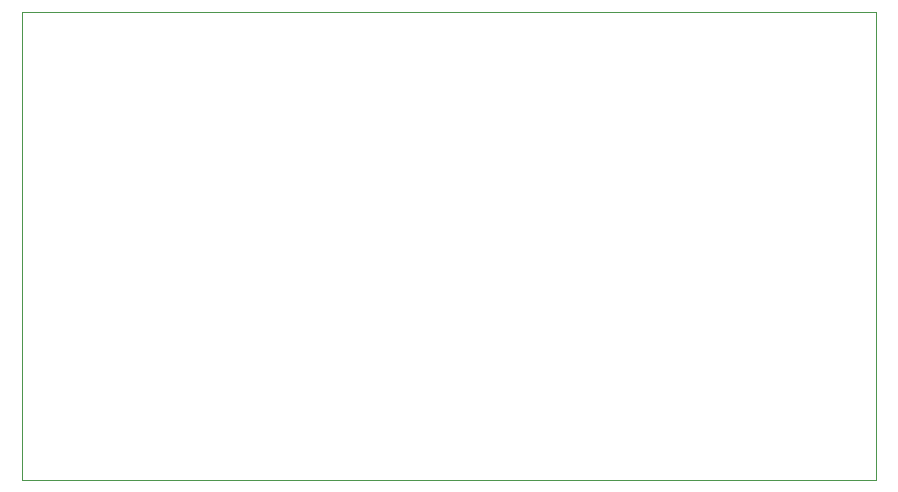
<source format=gbr>
%TF.GenerationSoftware,KiCad,Pcbnew,8.0.2*%
%TF.CreationDate,2024-06-03T18:04:33-06:00*%
%TF.ProjectId,2024_ECG_FinalProject,32303234-5f45-4434-975f-46696e616c50,rev?*%
%TF.SameCoordinates,Original*%
%TF.FileFunction,Profile,NP*%
%FSLAX46Y46*%
G04 Gerber Fmt 4.6, Leading zero omitted, Abs format (unit mm)*
G04 Created by KiCad (PCBNEW 8.0.2) date 2024-06-03 18:04:33*
%MOMM*%
%LPD*%
G01*
G04 APERTURE LIST*
%TA.AperFunction,Profile*%
%ADD10C,0.050000*%
%TD*%
G04 APERTURE END LIST*
D10*
X86055200Y-54457600D02*
X158394400Y-54457600D01*
X158394400Y-94056200D01*
X86055200Y-94056200D01*
X86055200Y-54457600D01*
M02*

</source>
